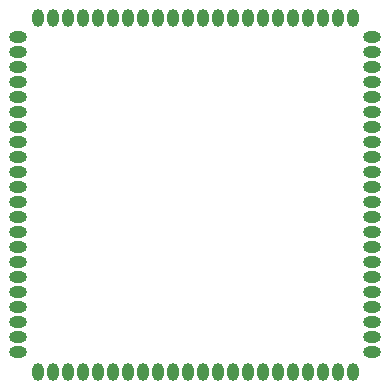
<source format=gbr>
%TF.GenerationSoftware,KiCad,Pcbnew,8.0.4*%
%TF.CreationDate,2024-10-13T16:20:42+07:00*%
%TF.ProjectId,siplex-som-s16,7369706c-6578-42d7-936f-6d2d7331362e,rev?*%
%TF.SameCoordinates,Original*%
%TF.FileFunction,Soldermask,Bot*%
%TF.FilePolarity,Negative*%
%FSLAX46Y46*%
G04 Gerber Fmt 4.6, Leading zero omitted, Abs format (unit mm)*
G04 Created by KiCad (PCBNEW 8.0.4) date 2024-10-13 16:20:42*
%MOMM*%
%LPD*%
G01*
G04 APERTURE LIST*
%ADD10O,1.500000X1.000000*%
%ADD11O,1.000000X1.500000*%
G04 APERTURE END LIST*
D10*
%TO.C,J8*%
X125310800Y-84736800D03*
X125310800Y-86006800D03*
X125310800Y-87276800D03*
X125310800Y-88546800D03*
X125310800Y-89816800D03*
X125310800Y-91086800D03*
X125310800Y-92356800D03*
X125310800Y-93626800D03*
X125310800Y-94896800D03*
X125310800Y-96166800D03*
X125310800Y-97436800D03*
X125310800Y-98706800D03*
X125310800Y-99976800D03*
X125310800Y-101246800D03*
X125310800Y-102516800D03*
X125310800Y-103786800D03*
X125310800Y-105056800D03*
X125310800Y-106326800D03*
X125310800Y-107596800D03*
X125310800Y-108866800D03*
X125310800Y-110136800D03*
X125310800Y-111406800D03*
%TD*%
%TO.C,J5*%
X155310800Y-111406800D03*
X155310800Y-110136800D03*
X155310800Y-108866800D03*
X155310800Y-107596800D03*
X155310800Y-106326800D03*
X155310800Y-105056800D03*
X155310800Y-103786800D03*
X155310800Y-102516800D03*
X155310800Y-101246800D03*
X155310800Y-99976800D03*
X155310800Y-98706800D03*
X155310800Y-97436800D03*
X155310800Y-96166800D03*
X155310800Y-94896800D03*
X155310800Y-93626800D03*
X155310800Y-92356800D03*
X155310800Y-91086800D03*
X155310800Y-89816800D03*
X155310800Y-88546800D03*
X155310800Y-87276800D03*
X155310800Y-86006800D03*
X155310800Y-84736800D03*
%TD*%
D11*
%TO.C,J9*%
X126975800Y-113071800D03*
X128245800Y-113071800D03*
X129515800Y-113071800D03*
X130785800Y-113071800D03*
X132055800Y-113071800D03*
X133325800Y-113071800D03*
X134595800Y-113071800D03*
X135865800Y-113071800D03*
X137135800Y-113071800D03*
X138405800Y-113071800D03*
X139675800Y-113071800D03*
X140945800Y-113071800D03*
X142215800Y-113071800D03*
X143485800Y-113071800D03*
X144755800Y-113071800D03*
X146025800Y-113071800D03*
X147295800Y-113071800D03*
X148565800Y-113071800D03*
X149835800Y-113071800D03*
X151105800Y-113071800D03*
X152375800Y-113071800D03*
X153645800Y-113071800D03*
%TD*%
%TO.C,J7*%
X126975800Y-83071800D03*
X128245800Y-83071800D03*
X129515800Y-83071800D03*
X130785800Y-83071800D03*
X132055800Y-83071800D03*
X133325800Y-83071800D03*
X134595800Y-83071800D03*
X135865800Y-83071800D03*
X137135800Y-83071800D03*
X138405800Y-83071800D03*
X139675800Y-83071800D03*
X140945800Y-83071800D03*
X142215800Y-83071800D03*
X143485800Y-83071800D03*
X144755800Y-83071800D03*
X146025800Y-83071800D03*
X147295800Y-83071800D03*
X148565800Y-83071800D03*
X149835800Y-83071800D03*
X151105800Y-83071800D03*
X152375800Y-83071800D03*
X153645800Y-83071800D03*
%TD*%
M02*

</source>
